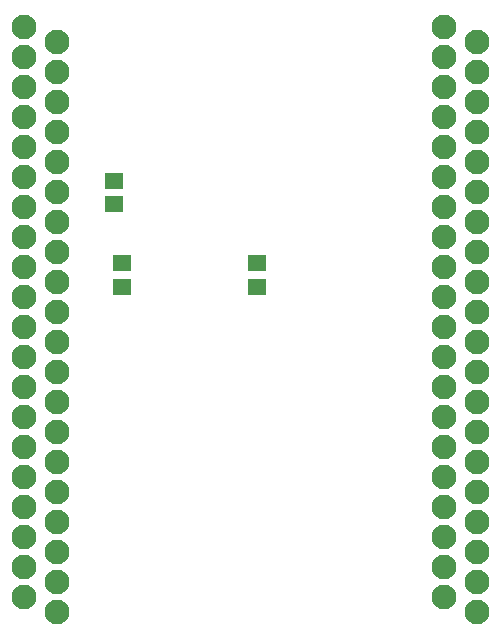
<source format=gbr>
%TF.GenerationSoftware,KiCad,Pcbnew,no-vcs-found-e2505cb~60~ubuntu17.04.1*%
%TF.CreationDate,2017-09-26T21:51:11+03:00*%
%TF.ProjectId,oakram,6F616B72616D2E6B696361645F706362,rev?*%
%TF.SameCoordinates,Original*%
%TF.FileFunction,Soldermask,Bot*%
%TF.FilePolarity,Negative*%
%FSLAX46Y46*%
G04 Gerber Fmt 4.6, Leading zero omitted, Abs format (unit mm)*
G04 Created by KiCad (PCBNEW no-vcs-found-e2505cb~60~ubuntu17.04.1) date Tue Sep 26 21:51:11 2017*
%MOMM*%
%LPD*%
G01*
G04 APERTURE LIST*
%ADD10C,2.100000*%
%ADD11R,1.650000X1.400000*%
G04 APERTURE END LIST*
D10*
%TO.C,X1*%
X121920000Y-76200000D03*
X124720000Y-77470000D03*
X121920000Y-78740000D03*
X124720000Y-80010000D03*
X121920000Y-83820000D03*
X121920000Y-81280000D03*
X124720000Y-82550000D03*
X124720000Y-85090000D03*
X121920000Y-88900000D03*
X124720000Y-95250000D03*
X121920000Y-86360000D03*
X124720000Y-92710000D03*
X124720000Y-87630000D03*
X124720000Y-90170000D03*
X121920000Y-91440000D03*
X121920000Y-93980000D03*
X121920000Y-99060000D03*
X121920000Y-109220000D03*
X124720000Y-105410000D03*
X121920000Y-96520000D03*
X124720000Y-110490000D03*
X121920000Y-106680000D03*
X124720000Y-102870000D03*
X124720000Y-115570000D03*
X124720000Y-97790000D03*
X124720000Y-100330000D03*
X121920000Y-101600000D03*
X121920000Y-104140000D03*
X124720000Y-107950000D03*
X121920000Y-111760000D03*
X121920000Y-114300000D03*
X124720000Y-113030000D03*
X121920000Y-121920000D03*
X124720000Y-118110000D03*
X124720000Y-120650000D03*
X121920000Y-124460000D03*
X124720000Y-125730000D03*
X121920000Y-119380000D03*
X121920000Y-116840000D03*
X124720000Y-123190000D03*
%TD*%
%TO.C,X2*%
X160280000Y-123190000D03*
X157480000Y-116840000D03*
X157480000Y-119380000D03*
X160280000Y-125730000D03*
X157480000Y-124460000D03*
X160280000Y-120650000D03*
X160280000Y-118110000D03*
X157480000Y-121920000D03*
X160280000Y-113030000D03*
X157480000Y-114300000D03*
X157480000Y-111760000D03*
X160280000Y-107950000D03*
X157480000Y-104140000D03*
X157480000Y-101600000D03*
X160280000Y-100330000D03*
X160280000Y-97790000D03*
X160280000Y-115570000D03*
X160280000Y-102870000D03*
X157480000Y-106680000D03*
X160280000Y-110490000D03*
X157480000Y-96520000D03*
X160280000Y-105410000D03*
X157480000Y-109220000D03*
X157480000Y-99060000D03*
X157480000Y-93980000D03*
X157480000Y-91440000D03*
X160280000Y-90170000D03*
X160280000Y-87630000D03*
X160280000Y-92710000D03*
X157480000Y-86360000D03*
X160280000Y-95250000D03*
X157480000Y-88900000D03*
X160280000Y-85090000D03*
X160280000Y-82550000D03*
X157480000Y-81280000D03*
X157480000Y-83820000D03*
X160280000Y-80010000D03*
X157480000Y-78740000D03*
X160280000Y-77470000D03*
X157480000Y-76200000D03*
%TD*%
D11*
%TO.C,C2*%
X130175000Y-96155000D03*
X130175000Y-98155000D03*
%TD*%
%TO.C,C4*%
X141605000Y-96155000D03*
X141605000Y-98155000D03*
%TD*%
%TO.C,C5*%
X129540000Y-91170000D03*
X129540000Y-89170000D03*
%TD*%
M02*

</source>
